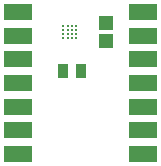
<source format=gts>
G04 #@! TF.FileFunction,Soldermask,Top*
%FSLAX46Y46*%
G04 Gerber Fmt 4.6, Leading zero omitted, Abs format (unit mm)*
G04 Created by KiCad (PCBNEW 0.201604232031+6710~44~ubuntu14.04.1-product) date Wed 27 Apr 2016 13:06:26 BST*
%MOMM*%
%LPD*%
G01*
G04 APERTURE LIST*
%ADD10C,0.100000*%
%ADD11R,1.150000X1.200000*%
%ADD12R,0.900000X1.300000*%
%ADD13C,0.180000*%
%ADD14R,2.400000X1.400000*%
G04 APERTURE END LIST*
D10*
D11*
X94170000Y-38950000D03*
X94170000Y-40450000D03*
D12*
X92000000Y-43000000D03*
X90500000Y-43000000D03*
D13*
X90550000Y-39150000D03*
X90550000Y-39500000D03*
X90550000Y-39850000D03*
X90550000Y-40200000D03*
X90900000Y-39150000D03*
X90900000Y-39500000D03*
X90900000Y-39850000D03*
X90900000Y-40200000D03*
X91250000Y-39150000D03*
X91250000Y-39500000D03*
X91250000Y-39850000D03*
X91250000Y-40200000D03*
X91600000Y-39150000D03*
X91600000Y-39500000D03*
X91600000Y-39850000D03*
X91600000Y-40200000D03*
D14*
X86700000Y-50000000D03*
X86700000Y-48000000D03*
X86700000Y-46000000D03*
X86700000Y-44000000D03*
X86700000Y-42000000D03*
X86700000Y-40000000D03*
X86700000Y-38000000D03*
X97300000Y-38000000D03*
X97300000Y-40000000D03*
X97300000Y-42000000D03*
X97300000Y-44000000D03*
X97300000Y-46000000D03*
X97300000Y-48000000D03*
X97300000Y-50000000D03*
M02*

</source>
